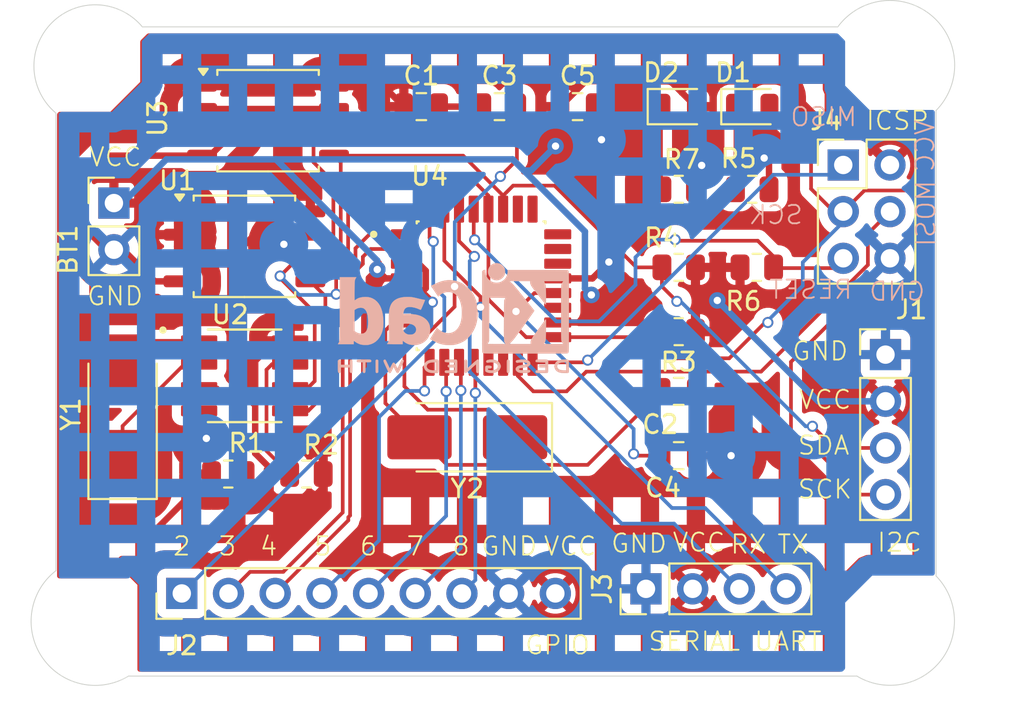
<source format=kicad_pcb>
(kicad_pcb (version 20241229) (generator "pcbnew") (generator_version "9.0")
  (title_block (title "${project_name}") (date "2025-09-10") (rev "1") (comment 1 "2-Layer PCB version"))
  (layers (0 "F.Cu" signal) (2 "B.Cu" signal) (13 "F.Paste" user) (15 "B.Paste" user) (5 "F.SilkS" user "F.Silkscreen") (7 "B.SilkS" user "B.Silkscreen") (1 "F.Mask" user) (3 "B.Mask" user) (25 "Edge.Cuts" user))
  (property "project_name" "MCU Datalogger with memory and clock")
  (net 0 "")
  (net 1 "GND")
  (net 2 "/Vcc")
  (net 3 "Net-(U4-PB6)")
  (net 4 "Net-(U4-PB7)")
  (net 5 "Net-(U4-AREF)")
  (net 6 "Net-(D1-K)")
  (net 7 "Net-(D2-K)")
  (net 8 "/SCK")
  (net 9 "/SDA")
  (net 10 "/D6")
  (net 11 "/D4")
  (net 12 "/D2")
  (net 13 "/D8")
  (net 14 "/D3")
  (net 15 "/D7")
  (net 16 "/D5")
  (net 17 "/RX")
  (net 18 "/TX")
  (net 19 "/MISO")
  (net 20 "/MOSI")
  (net 21 "/RESET")
  (net 22 "Net-(U2-~{INTA})")
  (net 23 "Net-(U2-SQW{slash}~INT)")
  (net 24 "Net-(U2-X1)")
  (net 25 "Net-(U2-X2)")
  (footprint "Package_SO:SOIC-8_5.3x5.3mm_P1.27mm" (layer "F.Cu") (at 81.877199 69.605643)
    (property "Reference" "U1")
    (property "Value" "24LC1025")
  )
  (footprint "Connector_PinHeader_2.54mm:PinHeader_1x04_P2.54mm_Vertical" (layer "F.Cu") (at 116.75 75.5)
    (property "Reference" "J1")
    (property "Value" "Conn_01x04_Pin")
  )
  (footprint "Capacitor_SMD:C_0805_2012Metric" (layer "F.Cu") (at 105.5 77.5 180)
    (property "Reference" "C2")
    (property "Value" "22pF")
  )
  (footprint "MountingHole:MountingHole_2.1mm" (layer "F.Cu") (at 117 90)
    (property "Reference" "H4" (hide yes))
    (property "Value" "MountingHole")
  )
  (footprint "MountingHole:MountingHole_2.1mm" (layer "F.Cu") (at 73.73 59.75)
    (property "Reference" "H1" (hide yes))
    (property "Value" "MountingHole")
  )
  (footprint "Package_SO:SOIC-8_5.3x5.3mm_P1.27mm" (layer "F.Cu") (at 83.1625 62.765)
    (property "Reference" "U3")
    (property "Value" "24LC1025")
  )
  (footprint "MountingHole:MountingHole_2.1mm" (layer "F.Cu") (at 117 59.75)
    (property "Reference" "H3" (hide yes))
    (property "Value" "MountingHole")
  )
  (footprint "footprints:SOIC127P600X175-8N" (layer "F.Cu") (at 81.8896 76.655)
    (property "Reference" "U2")
    (property "Value" "DS1337S_")
  )
  (footprint "Resistor_SMD:R_0805_2012Metric" (layer "F.Cu") (at 109.75 70.75)
    (property "Reference" "R6")
    (property "Value" "10k")
  )
  (footprint "Connector_PinHeader_2.54mm:PinHeader_1x04_P2.54mm_Vertical" (layer "F.Cu") (at 103.72 88.25 90)
    (property "Reference" "J3")
    (property "Value" "Conn_01x04_Pin")
  )
  (footprint "Resistor_SMD:R_0805_2012Metric" (layer "F.Cu") (at 105.5 70.75 180)
    (property "Reference" "R4")
    (property "Value" "4.7k")
  )
  (footprint "Resistor_SMD:R_0805_2012Metric" (layer "F.Cu") (at 109.5 66.5 180)
    (property "Reference" "R5")
    (property "Value" "330")
  )
  (footprint "LED_SMD:LED_0805_2012Metric" (layer "F.Cu") (at 109.5 62)
    (property "Reference" "D1")
    (property "Value" "LED")
  )
  (footprint "Capacitor_SMD:C_0805_2012Metric" (layer "F.Cu") (at 91.5 62)
    (property "Reference" "C1")
    (property "Value" "0.1uF")
  )
  (footprint "Crystal:Crystal_SMD_5032-2Pin_5.0x3.2mm_HandSoldering" (layer "F.Cu") (at 94 80 180)
    (property "Reference" "Y2")
    (property "Value" "16MHz")
  )
  (footprint "Capacitor_SMD:C_0805_2012Metric" (layer "F.Cu") (at 95.75 62)
    (property "Reference" "C3")
    (property "Value" "22pF")
  )
  (footprint "Resistor_SMD:R_0805_2012Metric" (layer "F.Cu") (at 105.5 74.25 180)
    (property "Reference" "R3")
    (property "Value" "4.7k")
  )
  (footprint "Connector_PinHeader_2.54mm:PinHeader_1x09_P2.54mm_Vertical" (layer "F.Cu") (at 78.47 88.5 90)
    (property "Reference" "J2")
    (property "Value" "Conn_01x09_Pin")
  )
  (footprint "Capacitor_SMD:C_0805_2012Metric" (layer "F.Cu") (at 100 62)
    (property "Reference" "C5")
    (property "Value" "100nF")
  )
  (footprint "Resistor_SMD:R_0805_2012Metric" (layer "F.Cu") (at 81 82)
    (property "Reference" "R1")
    (property "Value" "10k")
  )
  (footprint "Resistor_SMD:R_0805_2012Metric" (layer "F.Cu") (at 105.5 66.5)
    (property "Reference" "R7")
    (property "Value" "330")
  )
  (footprint "Capacitor_SMD:C_0805_2012Metric" (layer "F.Cu") (at 105.5 81 180)
    (property "Reference" "C4")
    (property "Value" "0.1uF")
  )
  (footprint "Crystal:Crystal_SMD_5032-2Pin_5.0x3.2mm_HandSoldering" (layer "F.Cu") (at 75.25 78.75 90)
    (property "Reference" "Y1")
    (property "Value" "32.768 kHz")
  )
  (footprint "LED_SMD:LED_0805_2012Metric" (layer "F.Cu") (at 105.5 62)
    (property "Reference" "D2")
    (property "Value" "LED")
  )
  (footprint "Connector_PinHeader_2.54mm:PinHeader_1x02_P2.54mm_Vertical" (layer "F.Cu") (at 74.7776 67.25)
    (property "Reference" "BT1")
    (property "Value" "Battery")
  )
  (footprint "Resistor_SMD:R_0805_2012Metric" (layer "F.Cu") (at 85.25 82 180)
    (property "Reference" "R2")
    (property "Value" "10k")
  )
  (footprint "Connector_PinHeader_2.54mm:PinHeader_2x03_P2.54mm_Vertical" (layer "F.Cu") (at 114.4524 65.1764)
    (property "Reference" "J4")
    (property "Value" "Conn_02x03_Odd_Even")
  )
  (footprint "footprints:QFP80P900X900X120-32N" (layer "F.Cu") (at 94.75 71.75)
    (property "Reference" "U4")
    (property "Value" "ATMEGA328P-AU")
  )
  (footprint "MountingHole:MountingHole_2.1mm" (layer "F.Cu") (at 73.73 90)
    (property "Reference" "H2" (hide yes))
    (property "Value" "MountingHole")
  )
  (footprint "Symbol:KiCad-Logo2_5mm_SilkScreen" (layer "B.Cu") (at 93.25 73.5 180)
    (property "Reference" "REF**" (hide yes))
    (property "Value" "KiCad-Logo2_5mm_SilkScreen" (hide yes))
  )
  (gr_arc (start 71.62327 62.350354) (mid 71.405848 57.431492) (end 76.324299 57.658) (stroke (width 0.05)) (layer "Edge.Cuts"))
  (gr_arc (start 75.570333 92.999998) (mid 70.887833 91.994384) (end 71.62327 87.261922) (stroke (width 0.05)) (layer "Edge.Cuts"))
  (gr_arc (start 114.152329 57.661462) (mid 119.273205 57.059834) (end 119.5 62.21094) (stroke (width 0.05)) (layer "Edge.Cuts"))
  (gr_line (start 114.147601 57.658) (end 76.324299 57.658) (stroke (width 0.05)) (layer "Edge.Cuts"))
  (gr_line (start 75.570331 92.999998) (end 115.197226 92.999998) (stroke (width 0.05)) (layer "Edge.Cuts"))
  (gr_line (start 119.5 87.550512) (end 119.5 62.21094) (stroke (width 0.05)) (layer "Edge.Cuts"))
  (gr_line (start 71.62327 62.350354) (end 71.62327 87.261923) (stroke (width 0.05)) (layer "Edge.Cuts"))
  (gr_arc (start 119.5 87.550511) (mid 119.746955 92.168924) (end 115.197226 93) (stroke (width 0.05)) (layer "Edge.Cuts"))
  (gr_text "5" (at 85.598 86.5124 0) (layer "F.SilkS") (effects (font (size 1 1) (thickness 0.1)) (justify left bottom)))
  (gr_text "I2C" (at 116.2304 86.3092 0) (layer "F.SilkS") (effects (font (size 1 1) (thickness 0.1)) (justify left bottom)))
  (gr_text "GND\n" (at 111.6076 75.8952 0) (layer "F.SilkS") (effects (font (size 1 1) (thickness 0.1)) (justify left bottom)))
  (gr_text "GND\n" (at 94.6912 86.5124 0) (layer "F.SilkS") (effects (font (size 1 1) (thickness 0.1)) (justify left bottom)))
  (gr_text "6" (at 88.0872 86.5124 0) (layer "F.SilkS") (effects (font (size 1 1) (thickness 0.1)) (justify left bottom)))
  (gr_text "RX" (at 108.2548 86.4108 0) (layer "F.SilkS") (effects (font (size 1 1) (thickness 0.1)) (justify left bottom)))
  (gr_text "7" (at 90.6272 86.5124 0) (layer "F.SilkS") (effects (font (size 1 1) (thickness 0.1)) (justify left bottom)))
  (gr_text "VCC" (at 73.3552 65.3288 0) (layer "F.SilkS") (effects (font (size 1 1) (thickness 0.1)) (justify left bottom)))
  (gr_text "GND\n" (at 101.7524 86.36 0) (layer "F.SilkS") (effects (font (size 1 1) (thickness 0.1)) (justify left bottom)))
  (gr_text "TX" (at 110.7948 86.4108 0) (layer "F.SilkS") (effects (font (size 1 1) (thickness 0.1)) (justify left bottom)))
  (gr_text "VCC" (at 111.9632 78.5368 0) (layer "F.SilkS") (effects (font (size 1 1) (thickness 0.1)) (justify left bottom)))
  (gr_text "3" (at 80.4164 86.5124 0) (layer "F.SilkS") (effects (font (size 1 1) (thickness 0.1)) (justify left bottom)))
  (gr_text "2" (at 77.9272 86.5124 0) (layer "F.SilkS") (effects (font (size 1 1) (thickness 0.1)) (justify left bottom)))
  (gr_text "GND\n" (at 73.2536 72.898 0) (layer "F.SilkS") (effects (font (size 1 1) (thickness 0.1)) (justify left bottom)))
  (gr_text "8" (at 93.1164 86.5124 0) (layer "F.SilkS") (effects (font (size 1 1) (thickness 0.1)) (justify left bottom)))
  (gr_text "SCK" (at 111.9124 83.4136 0) (layer "F.SilkS") (effects (font (size 1 1) (thickness 0.1)) (justify left bottom)))
  (gr_text "VCC" (at 105.1052 86.3092 0) (layer "F.SilkS") (effects (font (size 1 1) (thickness 0.1)) (justify left bottom)))
  (gr_text "SDA" (at 111.9124 81.026 0) (layer "F.SilkS") (effects (font (size 1 1) (thickness 0.1)) (justify left bottom)))
  (gr_text "ICSP" (at 115.6208 63.3476 0) (layer "F.SilkS") (effects (font (size 1 1) (thickness 0.1)) (justify left bottom)))
  (gr_text "SERIAL UART" (at 103.7844 91.694 0) (layer "F.SilkS") (effects (font (size 1 1) (thickness 0.1)) (justify left bottom)))
  (gr_text "GPIO" (at 97.0788 91.8972 0) (layer "F.SilkS") (effects (font (size 1 1) (thickness 0.1)) (justify left bottom)))
  (gr_text "VCC" (at 98.0948 86.5124 0) (layer "F.SilkS") (effects (font (size 1 1) (thickness 0.1)) (justify left bottom)))
  (gr_text "4" (at 82.6516 86.5124 0) (layer "F.SilkS") (effects (font (size 1 1) (thickness 0.1)) (justify left bottom)))
  (gr_text "MISO" (at 115.2652 63.1444 0) (layer "B.SilkS") (effects (font (size 1 1) (thickness 0.1)) (justify left bottom mirror)))
  (gr_text "MOSI\n" (at 119.5324 65.9384 90) (layer "B.SilkS") (effects (font (size 1 1) (thickness 0.1)) (justify left bottom mirror)))
  (gr_text "GND" (at 118.9736 72.644 0) (layer "B.SilkS") (effects (font (size 1 1) (thickness 0.1)) (justify left bottom mirror)))
  (gr_text "RESET" (at 115.0112 72.5424 0) (layer "B.SilkS") (effects (font (size 1 1) (thickness 0.1)) (justify left bottom mirror)))
  (gr_text "SCK" (at 112.3188 68.4784 0) (layer "B.SilkS") (effects (font (size 1 1) (thickness 0.1)) (justify left bottom mirror)))
  (gr_text "VCC" (at 119.4816 62.6364 90) (layer "B.SilkS") (effects (font (size 1 1) (thickness 0.1)) (justify left bottom mirror)))
  (segment (start 92.1 72.644) (end 91.5412 72.0852) (width 0.35) (layer "F.Cu") (net 1))
  (segment (start 78.289699 71.510643) (end 76.989357 71.510643) (width 0.35) (layer "F.Cu") (net 1))
  (segment (start 76.989357 71.510643) (end 76.9932 71.5068) (width 0.35) (layer "F.Cu") (net 1))
  (segment (start 100.8112 71.35) (end 101.7016 70.4596) (width 0.35) (layer "F.Cu") (net 1))
  (segment (start 100.95 63.45) (end 101.3 63.8) (width 0.35) (layer "F.Cu") (net 1))
  (segment (start 106.4125 65.5375) (end 106.75 65.2) (width 0.35) (layer "F.Cu") (net 1))
  (segment (start 74.362 69.79) (end 72.898 68.326) (width 0.35) (layer "F.Cu") (net 1))
  (segment (start 72.898 65.6844) (end 73.9124 64.67) (width 0.35) (layer "F.Cu") (net 1))
  (segment (start 87.129268 62.13) (end 86.75 62.13) (width 0.35) (layer "F.Cu") (net 1))
  (segment (start 90.58 70.55) (end 91.354088 70.55) (width 0.35) (layer "F.Cu") (net 1))
  (segment (start 74.7776 69.79) (end 74.362 69.79) (width 0.35) (layer "F.Cu") (net 1))
  (segment (start 91.354088 70.55) (end 91.741 70.936912) (width 0.35) (layer "F.Cu") (net 1))
  (segment (start 81.28 62.13) (end 86.75 62.13) (width 0.35) (layer "F.Cu") (net 1))
  (segment (start 110.4125 65.0625) (end 110.15 64.8) (width 0.35) (layer "F.Cu") (net 1))
  (segment (start 79.575 64.67) (end 80.01 64.67) (width 0.35) (layer "F.Cu") (net 1))
  (segment (start 88.150268 63.151) (end 87.129268 62.13) (width 0.35) (layer "F.Cu") (net 1))
  (segment (start 110.4125 66.5) (end 110.4125 65.0625) (width 0.35) (layer "F.Cu") (net 1))
  (segment (start 79.4146 78.56) (end 79.4146 79.6686) (width 0.35) (layer "F.Cu") (net 1))
  (segment (start 91.5412 72.0852) (end 90.6448 72.0852) (width 0.35) (layer "F.Cu") (net 1))
  (segment (start 75.2764 69.79) (end 74.7776 69.79) (width 0.35) (layer "F.Cu") (net 1))
  (segment (start 81.28 63.4) (end 81.28 62.13) (width 0.35) (layer "F.Cu") (net 1))
  (segment (start 100.95 62) (end 100.95 63.45) (width 0.35) (layer "F.Cu") (net 1))
  (segment (start 91.299 63.151) (end 88.150268 63.151) (width 0.35) (layer "F.Cu") (net 1))
  (segment (start 106.4125 66.5) (end 106.4125 65.5375) (width 0.35) (layer "F.Cu") (net 1))
  (segment (start 72.898 68.326) (end 72.898 65.6844) (width 0.35) (layer "F.Cu") (net 1))
  (segment (start 106.45 81) (end 106.45 77.5) (width 0.35) (layer "F.Cu") (net 1))
  (segment (start 84.0232 69.4944) (end 84.546957 68.970643) (width 0.35) (layer "F.Cu") (net 1))
  (segment (start 76.9932 71.5068) (end 75.2764 69.79) (width 0.35) (layer "F.Cu") (net 1))
  (segment (start 92.45 62) (end 91.299 63.151) (width 0.35) (layer "F.Cu") (net 1))
  (segment (start 79.4146 79.6686) (end 79.8068 80.0608) (width 0.35) (layer "F.Cu") (net 1))
  (segment (start 84.546957 68.970643) (end 85.464699 68.970643) (width 0.35) (layer "F.Cu") (net 1))
  (segment (start 106.45 81) (end 108.35 81) (width 0.35) (layer "F.Cu") (net 1))
  (segment (start 79.575 62.13) (end 81.28 62.13) (width 0.35) (layer "F.Cu") (net 1))
  (segment (start 98.92 71.35) (end 100.8112 71.35) (width 0.35) (layer "F.Cu") (net 1))
  (segment (start 80.01 64.67) (end 81.28 63.4) (width 0.35) (layer "F.Cu") (net 1))
  (segment (start 91.741 71.8854) (end 91.5412 72.0852) (width 0.35) (layer "F.Cu") (net 1))
  (segment (start 90.6448 72.0852) (end 90.58 72.15) (width 0.35) (layer "F.Cu") (net 1))
  (segment (start 85.455342 68.98) (end 85.464699 68.970643) (width 0.35) (layer "F.Cu") (net 1))
  (segment (start 94.8 62) (end 92.45 62) (width 0.35) (layer "F.Cu") (net 1))
  (segment (start 73.9124 64.67) (end 79.575 64.67) (width 0.35) (layer "F.Cu") (net 1))
  (segment (start 91.741 70.936912) (end 91.741 71.8854) (width 0.35) (layer "F.Cu") (net 1))
  (via (at 108.35 81) (size 0.9) (drill 0.4) (layers "F.Cu" "B.Cu") (net 1))
  (via (at 110.15 64.8) (size 0.9) (drill 0.4) (layers "F.Cu" "B.Cu") (net 1))
  (via (at 84.0232 69.4944) (size 0.9) (drill 0.4) (layers "F.Cu" "B.Cu") (net 1))
  (via (at 92.1 72.644) (size 0.6) (drill 0.4) (layers "F.Cu" "B.Cu") (net 1))
  (via (at 79.8068 80.0608) (size 0.9) (drill 0.4) (layers "F.Cu" "B.Cu") (net 1))
  (via (at 106.75 65.2) (size 0.9) (drill 0.4) (layers "F.Cu" "B.Cu") (net 1))
  (via (at 101.7016 70.4596) (size 0.9) (drill 0.4) (layers "F.Cu" "B.Cu") (net 1))
  (via (at 101.3 63.8) (size 0.9) (drill 0.4) (layers "F.Cu" "B.Cu") (net 1))
  (segment (start 84.0232 69.4944) (end 84.074 69.4944) (width 0.35) (layer "B.Cu") (net 1))
  (segment (start 90.44 62.11) (end 90.55 62) (width 0.35) (layer "F.Cu") (net 2))
  (segment (start 86.1625 82.7375) (end 85.65 83.25) (width 0.35) (layer "F.Cu") (net 2))
  (segment (start 97.24 90.05) (end 76.53 90.05) (width 0.35) (layer "F.Cu") (net 2))
  (segment (start 76.53 90.05) (end 76.3524 89.8724) (width 0.35) (layer "F.Cu") (net 2))
  (segment (start 100.4456 60.6044) (end 99.05 62) (width 0.35) (layer "F.Cu") (net 2))
  (segment (start 89.1032 70.9032) (end 89.55 71.35) (width 0.35) (layer "F.Cu") (net 2))
  (segment (start 83.3796 74.75) (end 82.461936 75.667664) (width 0.35) (layer "F.Cu") (net 2))
  (segment (start 99.05 63.9) (end 98.8 64.15) (width 0.35) (layer "F.Cu") (net 2))
  (segment (start 106.4125 70.75) (end 106.4125 72.39) (width 0.35) (layer "F.Cu") (net 2))
  (segment (start 78.289699 70.240643) (end 78.289699 67.700643) (width 0.35) (layer "F.Cu") (net 2))
  (segment (start 84.3646 74.75) (end 83.3796 74.75) (width 0.35) (layer "F.Cu") (net 2))
  (segment (start 85.65 83.25) (end 83.82 83.25) (width 0.35) (layer "F.Cu") (net 2))
  (segment (start 89.1032 70.866) (end 89.1032 70.9032) (width 0.35) (layer "F.Cu") (net 2))
  (segment (start 89.55 71.35) (end 90.58 71.35) (width 0.35) (layer "F.Cu") (net 2))
  (segment (start 83.3 81.712064) (end 83.3 83.25) (width 0.35) (layer "F.Cu") (net 2))
  (segment (start 80.0875 82) (end 80.0875 81.701352) (width 0.35) (layer "F.Cu") (net 2))
  (segment (start 106.4375 62) (end 105.0419 60.6044) (width 0.35) (layer "F.Cu") (net 2))
  (segment (start 90.55 62) (end 89.41 60.86) (width 0.35) (layer "F.Cu") (net 2))
  (segment (start 100.75 72.25) (end 100.75 73.24) (width 0.35) (layer "F.Cu") (net 2))
  (segment (start 81.3375 83.25) (end 80.0875 82) (width 0.35) (layer "F.Cu") (net 2))
  (segment (start 98.79 88.5) (end 97.24 90.05) (width 0.35) (layer "F.Cu") (net 2))
  (segment (start 79.575 60.86) (end 78.44 60.86) (width 0.35) (layer "F.Cu") (net 2))
  (segment (start 89.41 60.86) (end 86.75 60.86) (width 0.35) (layer "F.Cu") (net 2))
  (segment (start 82.461936 80.874) (end 83.3 81.712064) (width 0.35) (layer "F.Cu") (net 2))
  (segment (start 78.289699 70.240643) (end 81.164699 70.240643) (width 0.35) (layer "F.Cu") (net 2))
  (segment (start 100.24 73.75) (end 98.92 73.75) (width 0.35) (layer "F.Cu") (net 2))
  (segment (start 76.3524 89.8724) (end 76.3524 85.7351) (width 0.35) (layer "F.Cu") (net 2))
  (segment (start 86.1625 82) (end 86.1625 82.7375) (width 0.35) (layer "F.Cu") (net 2))
  (segment (start 100.75 73.24) (end 100.24 73.75) (width 0.35) (layer "F.Cu") (net 2))
  (segment (start 78 62.637499) (end 78.762501 63.4) (width 0.35) (layer "F.Cu") (net 2))
  (segment (start 78.762501 63.4) (end 79.575 63.4) (width 0.35) (layer "F.Cu") (net 2))
  (segment (start 105.0419 60.6044) (end 100.4456 60.6044) (width 0.35) (layer "F.Cu") (net 2))
  (segment (start 83.3 83.25) (end 83.82 83.25) (width 0.35) (layer "F.Cu") (net 2))
  (segment (start 107.44 72.39) (end 107.6 72.55) (width 0.35) (layer "F.Cu") (net 2))
  (segment (start 106.4125 72.39) (end 107.44 72.39) (width 0.35) (layer "F.Cu") (net 2))
  (segment (start 76.3524 85.7351) (end 80.0875 82) (width 0.35) (layer "F.Cu") (net 2))
  (segment (start 82.461936 75.667664) (end 82.461936 80.874) (width 0.35) (layer "F.Cu") (net 2))
  (segment (start 81.164699 70.240643) (end 83.704699 67.700643) (width 0.35) (layer "F.Cu") (net 2))
  (segment (start 78.44 60.86) (end 78 61.3) (width 0.35) (layer "F.Cu") (net 2))
  (segment (start 108.8375 70.75) (end 106.4125 70.75) (width 0.35) (layer "F.Cu") (net 2))
  (segment (start 83.82 83.25) (end 81.3375 83.25) (width 0.35) (layer "F.Cu") (net 2))
  (segment (start 106.4125 72.39) (end 106.4125 74.25) (width 0.35) (layer "F.Cu") (net 2))
  (segment (start 83.704699 67.700643) (end 85.464699 67.700643) (width 0.35) (layer "F.Cu") (net 2))
  (segment (start 99.05 62) (end 99.05 63.9) (width 0.35) (layer "F.Cu") (net 2))
  (segment (start 78 61.3) (end 78 62.637499) (width 0.35) (layer "F.Cu") (net 2))
  (via (at 100.75 72.25) (size 0.9) (drill 0.4) (layers "F.Cu" "B.Cu") (net 2))
  (via (at 98.8 64.15) (size 0.9) (drill 0.4) (layers "F.Cu" "B.Cu") (net 2))
  (via (at 107.6 72.55) (size 0.9) (drill 0.4) (layers "F.Cu" "B.Cu") (net 2))
  (via (at 89.1032 70.866) (size 0.9) (drill 0.4) (layers "F.Cu" "B.Cu") (net 2))
  (segment (start 100.4 71.9) (end 100.75 72.25) (width 0.35) (layer "B.Cu") (net 2))
  (segment (start 83.5916 64.8716) (end 96.4716 64.8716) (width 0.35) (layer "B.Cu") (net 2))
  (segment (start 113.09 78.04) (end 107.6 72.55) (width 0.35) (layer "B.Cu") (net 2))
  (segment (start 98.8 64.15) (end 97.47 65.48) (width 0.35) (layer "B.Cu") (net 2))
  (segment (start 89.1032 70.3832) (end 83.5916 64.8716) (width 0.35) (layer "B.Cu") (net 2))
  (segment (start 116.75 78.04) (end 113.09 78.04) (width 0.35) (layer "B.Cu") (net 2))
  (segment (start 96.4716 64.8716) (end 97.08 65.48) (width 0.35) (layer "B.Cu") (net 2))
  (segment (start 89.1032 70.866) (end 89.1032 70.3832) (width 0.35) (layer "B.Cu") (net 2))
  (segment (start 97.47 65.48) (end 97.08 65.48) (width 0.35) (layer "B.Cu") (net 2))
  (segment (start 97.08 65.48) (end 100.4 68.8) (width 0.35) (layer "B.Cu") (net 2))
  (segment (start 75.25 67.25) (end 77.6284 64.8716) (width 0.35) (layer "B.Cu") (net 2))
  (segment (start 74.7776 67.25) (end 75.25 67.25) (width 0.35) (layer "B.Cu") (net 2))
  (segment (start 77.6284 64.8716) (end 83.5916 64.8716) (width 0.35) (layer "B.Cu") (net 2))
  (segment (start 106.26 88.25) (end 106.26 87.72) (width 0.35) (layer "B.Cu") (net 2))
  (segment (start 100.4 68.8) (end 100.4 71.9) (width 0.35) (layer "B.Cu") (net 2))
  (segment (start 91.4 80) (end 92.901 81.501) (width 0.2) (layer "F.Cu") (net 3))
  (segment (start 89.544 74.188688) (end 89.758688 73.974) (width 0.2) (layer "F.Cu") (net 3))
  (segment (start 100.549 81.501) (end 104.55 77.5) (width 0.2) (layer "F.Cu") (net 3))
  (segment (start 89.758688 73.974) (end 90.356 73.974) (width 0.2) (layer "F.Cu") (net 3))
  (segment (start 91.4 80) (end 89.544 78.144) (width 0.2) (layer "F.Cu") (net 3))
  (segment (start 92.901 81.501) (end 100.549 81.501) (width 0.2) (layer "F.Cu") (net 3))
  (segment (start 90.356 73.974) (end 90.58 73.75) (width 0.2) (layer "F.Cu") (net 3))
  (segment (start 89.544 78.144) (end 89.544 74.188688) (width 0.2) (layer "F.Cu") (net 3))
  (segment (start 91.849 78.499) (end 90.58 77.23) (width 0.2) (layer "F.Cu") (net 4))
  (segment (start 91.65 74.55) (end 90.58 74.55) (width 0.2) (layer "F.Cu") (net 4))
  (segment (start 93.308785 72.891215) (end 91.65 74.55) (width 0.2) (layer "F.Cu") (net 4))
  (segment (start 96.6 80) (end 95.099 78.499) (width 0.2) (layer "F.Cu") (net 4))
  (segment (start 96.7 64.9) (end 95.8 65.8) (width 0.2) (layer "F.Cu") (net 4))
  (segment (start 93.308785 71.791215) (end 93.308785 72.891215) (width 0.2) (layer "F.Cu") (net 4))
  (segment (start 96.7 62) (end 96.7 64.9) (width 0.2) (layer "F.Cu") (net 4))
  (segment (start 90.58 77.23) (end 90.58 74.55) (width 0.2) (layer "F.Cu") (net 4))
  (segment (start 95.099 78.499) (end 91.849 78.499) (width 0.2) (layer "F.Cu") (net 4))
  (via (at 95.8 65.8) (size 0.6) (drill 0.4) (layers "F.Cu" "B.Cu") (net 4))
  (via (at 93.308785 71.791215) (size 0.6) (drill 0.4) (layers "F.Cu" "B.Cu") (net 4))
  (segment (start 93.3196 71.7804) (end 93.3196 68.2804) (width 0.2) (layer "B.Cu") (net 4))
  (segment (start 93.3196 68.2804) (end 95.8 65.8) (width 0.2) (layer "B.Cu") (net 4))
  (segment (start 93.308785 71.791215) (end 93.3196 71.7804) (width 0.2) (layer "B.Cu") (net 4))
  (segment (start 104.55 81) (end 103.15 81) (width 0.2) (layer "F.Cu") (net 5))
  (segment (start 103.15 81) (end 103.05 80.9) (width 0.2) (layer "F.Cu") (net 5))
  (segment (start 97.65 72.15) (end 98.92 72.15) (width 0.2) (layer "F.Cu") (net 5))
  (segment (start 96.65 73.15) (end 97.65 72.15) (width 0.2) (layer "F.Cu") (net 5))
  (via (at 103.05 80.9) (size 0.6) (drill 0.4) (layers "F.Cu" "B.Cu") (net 5))
  (via (at 96.65 73.15) (size 0.6) (drill 0.4) (layers "F.Cu" "B.Cu") (net 5))
  (segment (start 103.05 80.9) (end 103.05 79.55) (width 0.2) (layer "B.Cu") (net 5))
  (segment (start 103.05 79.55) (end 96.65 73.15) (width 0.2) (layer "B.Cu") (net 5))
  (segment (start 108.5875 66.5) (end 108.5875 62.025) (width 0.2) (layer "F.Cu") (net 6))
  (segment (start 108.5875 62.025) (end 108.5625 62) (width 0.2) (layer "F.Cu") (net 6))
  (segment (start 104.5365 66.449) (end 104.5365 62.026) (width 0.2) (layer "F.Cu") (net 7))
  (segment (start 104.5365 62.026) (end 104.5625 62) (width 0.2) (layer "F.Cu") (net 7))
  (segment (start 104.5875 66.5) (end 104.5365 66.449) (width 0.2) (layer "F.Cu") (net 7))
  (segment (start 85.464699 70.240643) (end 84.800957 70.240643) (width 0.2) (layer "F.Cu") (net 8))
  (segment (start 85.474056 70.25) (end 85.464699 70.240643) (width 0.2) (layer "F.Cu") (net 8))
  (segment (start 118.1274 66.5654) (end 119.126 67.564) (width 0.2) (layer "F.Cu") (net 8))
  (segment (start 114.4524 67.7164) (end 115.0086 67.7164) (width 0.2) (layer "F.Cu") (net 8))
  (segment (start 111.6076 75.8952) (end 111.6076 80.3148) (width 0.2) (layer "F.Cu") (net 8))
  (segment (start 84.3646 77.29) (end 84.3878 77.2668) (width 0.2) (layer "F.Cu") (net 8))
  (segment (start 86.7156 69.4944) (end 85.969357 70.240643) (width 0.2) (layer "F.Cu") (net 8))
  (segment (start 83.82 71.338434) (end 83.82 71.2216) (width 0.2) (layer "F.Cu") (net 8))
  (segment (start 84.800957 70.240643) (end 83.82 71.2216) (width 0.2) (layer "F.Cu") (net 8))
  (segment (start 112.7 66.475) (end 112.7 64.2625) (width 0.2) (layer "F.Cu") (net 8))
  (segment (start 119.126 72.136) (end 117.8052 73.4568) (width 0.2) (layer "F.Cu") (net 8))
  (segment (start 108.25 75.7) (end 105.4 75.7) (width 0.2) (layer "F.Cu") (net 8))
  (segment (start 114.4524 67.7164) (end 115.6034 66.5654) (width 0.2) (layer "F.Cu") (net 8))
  (segment (start 84.3646 77.29) (end 85.3496 77.29) (width 0.2) (layer "F.Cu") (net 8))
  (segment (start 87.5176 70.227332) (end 87.5176 67.1684) (width 0.2) (layer "F.Cu") (net 8))
  (segment (start 97.200057 74.55) (end 98.92 74.55) (width 0.2) (layer "F.Cu") (net 8))
  (segment (start 114.4524 67.7164) (end 113.9414 67.7164) (width 0.2) (layer "F.Cu") (net 8))
  (segment (start 115.6034 66.5654) (end 118.1274 66.5654) (width 0.2) (layer "F.Cu") (net 8))
  (segment (start 114.046 73.4568) (end 111.6076 75.8952) (width 0.2) (layer "F.Cu") (net 8))
  (segment (start 86.868646 70.876286) (end 87.5176 70.227332) (width 0.2) (layer "F.Cu") (net 8))
  (segment (start 104.5875 74.25) (end 104.2875 74.55) (width 0.2) (layer "F.Cu") (net 8))
  (segment (start 85.6365 63.701001) (end 85.6365 65.02899) (width 0.2) (layer "F.Cu") (net 8))
  (segment (start 117.8052 73.4568) (end 114.046 73.4568) (width 0.2) (layer "F.Cu") (net 8))
  (segment (start 95.15 72.499943) (end 97.200057 74.55) (width 0.2) (layer "F.Cu") (net 8))
  (segment (start 86.7156 66.10809) (end 86.7156 69.4944) (width 0.2) (layer "F.Cu") (net 8))
  (segment (start 95.15 67.58) (end 95.15 72.499943) (width 0.2) (layer "F.Cu") (net 8))
  (segment (start 85.6365 65.02899) (end 86.7156 66.10809) (width 0.2) (layer "F.Cu") (net 8))
  (segment (start 86.75 63.4) (end 85.937501 63.4) (width 0.2) (layer "F.Cu") (net 8))
  (segment (start 85.7006 76.939) (end 85.7006 73.219034) (width 0.2) (layer "F.Cu") (net 8))
  (segment (start 119.126 67.564) (end 119.126 72.136) (width 0.2) (layer "F.Cu") (net 8))
  (segment (start 95.15 66.845) (end 95.15 67.58) (width 0.2) (layer "F.Cu") (net 8))
  (segment (start 85.937501 63.4) (end 85.6365 63.701001) (width 0.2) (layer "F.Cu") (net 8))
  (segment (start 104.5875 74.8875) (end 104.5875 74.25) (width 0.2) (layer "F.Cu") (net 8))
  (segment (start 85.969357 70.240643) (end 85.464699 70.240643) (width 0.2) (layer "F.Cu") (net 8))
  (segment (start 112.6012 80.3148) (end 115.4064 83.12) (width 0.2) (layer "F.Cu") (net 8))
  (segment (start 88.5444 66.1416) (end 94.4466 66.1416) (width 0.2) (layer "F.Cu") (net 8))
  (segment (start 85.7006 73.219034) (end 83.82 71.338434) (width 0.2) (layer "F.Cu") (net 8))
  (segment (start 111.6076 80.3148) (end 112.6012 80.3148) (width 0.2) (layer "F.Cu") (net 8))
  (segment (start 94.4466 66.1416) (end 95.15 66.845) (width 0.2) (layer "F.Cu") (net 8))
  (segment (start 110.2 73.75) (end 108.25 75.7) (width 0.2) (layer "F.Cu") (net 8))
  (segment (start 113.9414 67.7164) (end 112.7 66.475) (width 0.2) (layer "F.Cu") (net 8))
  (segment (start 112.7 64.2625) (end 110.4375 62) (width 0.2) (layer "F.Cu") (net 8))
  (segment (start 110.35 73.75) (end 110.2 73.75) (width 0.2) (layer "F.Cu") (net 8))
  (segment (start 86.868646 72.209769) (end 86.868646 70.876286) (width 0.2) (layer "F.Cu") (net 8))
  (segment (start 105.4 75.7) (end 104.5875 74.8875) (width 0.2) (layer "F.Cu") (net 8))
  (segment (start 85.3496 77.29) (end 85.7006 76.939) (width 0.2) (layer "F.Cu") (net 8))
  (segment (start 87.5176 67.1684) (end 88.5444 66.1416) (width 0.2) (layer "F.Cu") (net 8))
  (segment (start 115.4064 83.12) (end 116.75 83.12) (width 0.2) (layer "F.Cu") (net 8))
  (segment (start 104.2875 74.55) (end 98.92 74.55) (width 0.2) (layer "F.Cu") (net 8))
  (via (at 86.868646 72.209769) (size 0.6) (drill 0.4) (layers "F.Cu" "B.Cu") (net 8))
  (via (at 83.82 71.2216) (size 0.6) (drill 0.4) (layers "F.Cu" "B.Cu") (net 8))
  (via (at 110.35 73.75) (size 0.6) (drill 0.4) (layers "F.Cu" "B.Cu") (net 8))
  (segment (start 112.25 71.75) (end 110.35 73.65) (width 0.2) (layer "B.Cu") (net 8))
  (segment (start 114.4524 68.2726) (end 112.25 70.475) (width 0.2) (layer "B.Cu") (net 8))
  (segment (start 112.25 70.475) (end 112.25 71.75) (width 0.2) (layer "B.Cu") (net 8))
  (segment (start 110.35 73.65) (end 110.35 73.75) (width 0.2) (layer "B.Cu") (net 8))
  (segment (start 86.828415 72.25) (end 84.8484 72.25) (width 0.2) (layer "B.Cu") (net 8))
  (segment (start 86.868646 72.209769) (end 86.828415 72.25) (width 0.2) (layer "B.Cu") (net 8))
  (segment (start 84.8484 72.25) (end 83.82 71.2216) (width 0.2) (layer "B.Cu") (net 8))
  (segment (start 114.4524 67.7164) (end 114.4524 68.2726) (width 0.2) (layer "B.Cu") (net 8))
  (segment (start 87.1166 70.061232) (end 87.1166 65.0366) (width 0.2) (layer "F.Cu") (net 9))
  (segment (start 85.464699 71.510643) (end 86.28 72.325944) (width 0.2) (layer "F.Cu") (net 9))
  (segment (start 104.5875 70.75) (end 103.2 70.75) (width 0.2) (layer "F.Cu") (net 9))
  (segment (start 86.4054 77.5042) (end 85.3496 78.56) (width 0.2) (layer "F.Cu") (net 9))
  (segment (start 112.776 79.4004) (end 113.9556 80.58) (width 0.2) (layer "F.Cu") (net 9))
  (segment (start 95.95 66.845) (end 95.95 67.58) (width 0.2) (layer "F.Cu") (net 9))
  (segment (start 105.4 72.6) (end 104.5875 71.7875) (width 0.2) (layer "F.Cu") (net 9))
  (segment (start 86.4054 73.13739) (end 86.4054 77.5042) (width 0.2) (layer "F.Cu") (net 9))
  (segment (start 85.3496 78.56) (end 84.3646 78.56) (width 0.2) (layer "F.Cu") (net 9))
  (segment (start 103.2 70.75) (end 98.75 66.3) (width 0.2) (layer "F.Cu") (net 9))
  (segment (start 104.5875 71.7875) (end 104.5875 70.75) (width 0.2) (layer "F.Cu") (net 9))
  (segment (start 96.495 66.3) (end 95.95 66.845) (width 0.2) (layer "F.Cu") (net 9))
  (segment (start 86.28 72.325944) (end 86.28 73.01199) (width 0.2) (layer "F.Cu") (net 9))
  (segment (start 85.667189 71.510643) (end 87.1166 70.061232) (width 0.2) (layer "F.Cu") (net 9))
  (segment (start 86.28 73.01199) (end 86.4054 73.13739) (width 0.2) (layer "F.Cu") (net 9))
  (segment (start 85.464699 71.510643) (end 85.667189 71.510643) (width 0.2) (layer "F.Cu") (net 9))
  (segment (start 113.9556 80.58) (end 116.75 80.58) (width 0.2) (layer "F.Cu") (net 9))
  (segment (start 85.464699 71.510643) (end 85.474056 71.52) (width 0.2) (layer "F.Cu") (net 9))
  (segment (start 98.75 66.3) (end 96.495 66.3) (width 0.2) (layer "F.Cu") (net 9))
  (segment (start 93.775 64.67) (end 95.95 66.845) (width 0.2) (layer "F.Cu") (net 9))
  (segment (start 84.765 71.265) (end 84.765 71.47749) (width 0.2) (layer "F.Cu") (net 9))
  (segment (start 86.75 64.67) (end 93.775 64.67) (width 0.2) (layer "F.Cu") (net 9))
  (segment (start 87.1166 65.0366) (end 86.75 64.67) (width 0.2) (layer "F.Cu") (net 9))
  (via (at 105.4 72.6) (size 0.6) (drill 0.4) (layers "F.Cu" "B.Cu") (net 9))
  (via (at 112.776 79.4004) (size 0.6) (drill 0.4) (layers "F.Cu" "B.Cu") (net 9))
  (segment (start 112.4004 79.4004) (end 105.6 72.6) (width 0.2) (layer "B.Cu") (net 9))
  (segment (start 112.776 79.4004) (end 112.4004 79.4004) (width 0.2) (layer "B.Cu") (net 9))
  (segment (start 105.6 72.6) (end 105.4 72.6) (width 0.2) (layer "B.Cu") (net 9))
  (segment (start 92.85 76.02) (end 92.75 75.92) (width 0.2) (layer "F.Cu") (net 10))
  (segment (start 92.85 77.5) (end 92.85 76.02) (width 0.2) (layer "F.Cu") (net 10))
  (via (at 92.85 77.5) (size 0.6) (drill 0.4) (layers "F.Cu" "B.Cu") (net 10))
  (segment (start 92.85 84.28) (end 92.85 77.5) (width 0.2) (layer "B.Cu") (net 10))
  (segment (start 88.63 88.5) (end 92.85 84.28) (width 0.2) (layer "B.Cu") (net 10))
  (segment (start 87.5284 84.3523) (end 87.6246 84.2561) (width 0.2) (layer "F.Cu") (net 11))
  (segment (start 88.3196 70.559532) (end 88.3196 70.1764) (width 0.2) (layer "F.Cu") (net 11))
  (segment (start 83.55 88.5) (end 87.5284 84.5216) (width 0.2) (layer "F.Cu") (net 11))
  (segment (start 87.870646 71.008486) (end 88.3196 70.559532) (width 0.2) (layer "F.Cu") (net 11))
  (segment (start 83.55 88.5) (end 83.77 88.5) (width 0.2) (layer "F.Cu") (net 11))
  (segment (start 88.3196 70.1764) (end 88.746 69.75) (width 0.2) (layer "F.Cu") (net 11))
  (segment (start 87.870646 72.624812) (end 87.870646 71.008486) (width 0.2) (layer "F.Cu") (net 11))
  (segment (start 87.6246 84.2561) (end 87.6246 72.870858) (width 0.2) (layer "F.Cu") (net 11))
  (segment (start 87.6246 72.870858) (end 87.870646 72.624812) (width 0.2) (layer "F.Cu") (net 11))
  (segment (start 88.746 69.75) (end 90.58 69.75) (width 0.2) (layer "F.Cu") (net 11))
  (segment (start 87.5284 84.5216) (end 87.5284 84.3523) (width 0.2) (layer "F.Cu") (net 11))
  (segment (start 91.95 67.58) (end 91.95 69.142) (width 0.2) (layer "F.Cu") (net 12))
  (segment (start 92.05 67.68) (end 91.95 67.58) (width 0.2) (layer "F.Cu") (net 12))
  (segment (start 91.95 69.142) (end 92.15 69.342) (width 0.2) (layer "F.Cu") (net 12))
  (via (at 92.15 69.342) (size 0.6) (drill 0.4) (layers "F.Cu" "B.Cu") (net 12))
  (segment (start 92.15 71.773346) (end 92.751 72.374346) (width 0.2) (layer "B.Cu") (net 12))
  (segment (start 92.751 74.219) (end 78.47 88.5) (width 0.2) (layer "B.Cu") (net 12))
  (segment (start 92.15 69.342) (end 92.15 71.773346) (width 0.2) (layer "B.Cu") (net 12))
  (segment (start 92.751 72.374346) (end 92.751 74.219) (width 0.2) (layer "B.Cu") (net 12))
  (segment (start 94.438225 77.586755) (end 94.438225 76.008225) (width 0.2) (layer "F.Cu") (net 13))
  (segment (start 94.438225 76.008225) (end 94.35 75.92) (width 0.2) (layer "F.Cu") (net 13))
  (via (at 94.438225 77.586755) (size 0.6) (drill 0.4) (layers "F.Cu" "B.Cu") (net 13))
  (segment (start 94.438225 77.586755) (end 94.438225 87.771775) (width 0.2) (layer "B.Cu") (net 13))
  (segment (start 94.438225 87.771775) (end 93.71 88.5) (width 0.2) (layer "B.Cu") (net 13))
  (segment (start 83.9884 87.3252) (end 87.2236 84.09) (width 0.2) (layer "F.Cu") (net 14))
  (segment (start 82.1848 87.3252) (end 83.9884 87.3252) (width 0.2) (layer "F.Cu") (net 14))
  (segment (start 88.6824 68.95) (end 90.58 68.95) (width 0.2) (layer "F.Cu") (net 14))
  (segment (start 81.01 88.5) (end 82.1848 87.3252) (width 0.2) (layer "F.Cu") (net 14))
  (segment (start 87.9186 69.7138) (end 88.6824 68.95) (width 0.2) (layer "F.Cu") (net 14))
  (segment (start 87.469646 70.842386) (end 87.9186 70.393432) (width 0.2) (layer "F.Cu") (net 14))
  (segment (start 87.469646 72.458712) (end 87.469646 70.842386) (width 0.2) (layer "F.Cu") (net 14))
  (segment (start 87.9186 70.393432) (end 87.9186 69.7138) (width 0.2) (layer "F.Cu") (net 14))
  (segment (start 87.2236 72.704758) (end 87.469646 72.458712) (width 0.2) (layer "F.Cu") (net 14))
  (segment (start 87.2236 84.09) (end 87.2236 72.704758) (width 0.2) (layer "F.Cu") (net 14))
  (segment (start 93.65 76.02) (end 93.55 75.92) (width 0.2) (layer "F.Cu") (net 15))
  (segment (start 93.65 77.45) (end 93.65 76.02) (width 0.2) (layer "F.Cu") (net 15))
  (via (at 93.65 77.45) (size 0.6) (drill 0.4) (layers "F.Cu" "B.Cu") (net 15))
  (segment (start 91.17 88.5) (end 93.65 86.02) (width 0.2) (layer "B.Cu") (net 15))
  (segment (start 93.65 86.02) (end 93.65 77.45) (width 0.2) (layer "B.Cu") (net 15))
  (segment (start 91.674265 76.195735) (end 91.95 75.92) (width 0.2) (layer "F.Cu") (net 16))
  (segment (start 91.674265 77.475735) (end 91.674265 76.195735) (width 0.2) (layer "F.Cu") (net 16))
  (via (at 91.674265 77.475735) (size 0.6) (drill 0.4) (layers "F.Cu" "B.Cu") (net 16))
  (segment (start 89.2 85.61) (end 87.25 87.56) (width 0.2) (layer "B.Cu") (net 16))
  (segment (start 89.2 85.61) (end 89.2 78.9) (width 0.2) (layer "B.Cu") (net 16))
  (segment (start 89.2 78.9) (end 90.624265 77.475735) (width 0.2) (layer "B.Cu") (net 16))
  (segment (start 90.624265 77.475735) (end 91.674265 77.475735) (width 0.2) (layer "B.Cu") (net 16))
  (segment (start 87.25 87.56) (end 87.03 87.56) (width 0.2) (layer "B.Cu") (net 16))
  (segment (start 87.03 87.56) (end 86.09 88.5) (width 0.2) (layer "B.Cu") (net 16))
  (segment (start 94.38598 70.15522) (end 93.55 69.31924) (width 0.2) (layer "F.Cu") (net 17))
  (segment (start 93.55 69.31924) (end 93.55 67.58) (width 0.2) (layer "F.Cu") (net 17))
  (via (at 94.38598 70.15522) (size 0.6) (drill 0.4) (layers "F.Cu" "B.Cu") (net 17))
  (segment (start 94.1324 73.180699) (end 94.1324 76.4324) (width 0.2) (layer "B.Cu") (net 17))
  (segment (start 105.25 84.7) (end 108.8 88.25) (width 0.2) (layer "B.Cu") (net 17))
  (segment (start 94.117797 73.166096) (end 94.1324 73.180699) (width 0.2) (layer "B.Cu") (net 17))
  (segment (start 102.4 84.7) (end 105.25 84.7) (width 0.2) (layer "B.Cu") (net 17))
  (segment (start 94.1324 76.4324) (end 102.4 84.7) (width 0.2) (layer "B.Cu") (net 17))
  (segment (start 94.1324 70.4088) (end 94.1324 72.653607) (width 0.2) (layer "B.Cu") (net 17))
  (segment (start 94.1324 72.653607) (end 94.117797 72.66821) (width 0.2) (layer "B.Cu") (net 17))
  (segment (start 94.117797 72.66821) (end 94.117797 73.166096) (width 0.2) (layer "B.Cu") (net 17))
  (segment (start 94.38598 70.15522) (end 94.1324 70.4088) (width 0.2) (layer "B.Cu") (net 17))
  (segment (start 94.718797 72.917153) (end 94.718797 72.352697) (width 0.2) (layer "F.Cu") (net 18))
  (segment (start 92.75 70.3839) (end 92.75 67.58) (width 0.2) (layer "F.Cu") (net 18))
  (segment (start 94.718797 72.352697) (end 92.75 70.3839) (width 0.2) (layer "F.Cu") (net 18))
  (via (at 94.718797 72.917153) (size 0.6) (drill 0.4) (layers "F.Cu" "B.Cu") (net 18))
  (segment (start 94.718797 72.917153) (end 94.718797 73.433597) (width 0.2) (layer "B.Cu") (net 18))
  (segment (start 94.718797 73.433597) (end 105.1352 83.85) (width 0.2) (layer "B.Cu") (net 18))
  (segment (start 106.94 83.85) (end 111.34 88.25) (width 0.2) (layer "B.Cu") (net 18))
  (segment (start 105.1352 83.85) (end 106.94 83.85) (width 0.2) (layer "B.Cu") (net 18))
  (segment (start 100.43 75.92) (end 97.55 75.92) (width 0.2) (layer "F.Cu") (net 19))
  (segment (start 100.55 75.8) (end 100.43 75.92) (width 0.2) (layer "F.Cu") (net 19))
  (via (at 100.55 75.8) (size 0.6) (drill 0.4) (layers "F.Cu" "B.Cu") (net 19))
  (segment (start 113.9188 65.71) (end 110.64 65.71) (width 0.2) (layer "B.Cu") (net 19))
  (segment (start 110.64 65.71) (end 100.55 75.8) (width 0.2) (layer "B.Cu") (net 19))
  (segment (start 114.4524 65.1764) (end 113.9188 65.71) (width 0.2) (layer "B.Cu") (net 19))
  (segment (start 115.7914 68.9174) (end 116.9924 67.7164) (width 0.2) (layer "F.Cu") (net 20))
  (segment (start 109.983271 76.424) (end 115.7914 70.615871) (width 0.2) (layer "F.Cu") (net 20))
  (segment (start 96.75 76.655) (end 97.595 77.5) (width 0.2) (layer "F.Cu") (net 20))
  (segment (start 99.4 77.5) (end 100.476 76.424) (width 0.2) (layer "F.Cu") (net 20))
  (segment (start 97.595 77.5) (end 99.4 77.5) (width 0.2) (layer "F.Cu") (net 20))
  (segment (start 100.476 76.424) (end 109.983271 76.424) (width 0.2) (layer "F.Cu") (net 20))
  (segment (start 96.75 75.92) (end 96.75 76.655) (width 0.2) (layer "F.Cu") (net 20))
  (segment (start 115.7914 70.615871) (end 115.7914 68.9174) (width 0.2) (layer "F.Cu") (net 20))
  (segment (start 113.9188 70.79) (end 110.7025 70.79) (width 0.2) (layer "F.Cu") (net 21))
  (segment (start 94.35 69.2) (end 94.4 69.25) (width 0.2) (layer "F.Cu") (net 21))
  (segment (start 109.800735 69.300735) (end 110.6625 70.1625) (width 0.2) (layer "F.Cu") (net 21))
  (segment (start 110.7025 70.79) (end 110.6625 70.75) (width 0.2) (layer "F.Cu") (net 21))
  (segment (start 105.3084 69.2404) (end 105.368735 69.300735) (width 0.2) (layer "F.Cu") (net 21))
  (segment (start 105.368735 69.300735) (end 109.800735 69.300735) (width 0.2) (layer "F.Cu") (net 21))
  (segment (start 114.4524 70.2564) (end 113.9188 70.79) (width 0.2) (layer "F.Cu") (net 21))
  (segment (start 94.35 67.58) (end 94.35 69.2) (width 0.2) (layer "F.Cu") (net 21))
  (segment (start 110.6625 70.1625) (end 110.6625 70.75) (width 0.2) (layer "F.Cu") (net 21))
  (via (at 105.3084 69.2404) (size 0.6) (drill 0.4) (layers "F.Cu" "B.Cu") (net 21))
  (via (at 94.4 69.25) (size 0.6) (drill 0.4) (layers "F.Cu" "B.Cu") (net 21))
  (segment (start 101.165613 73.687987) (end 98.837987 73.687987) (width 0.2) (layer "B.Cu") (net 21))
  (segment (start 105.3084 69.2404) (end 104.1096 69.2404) (width 0.2) (layer "B.Cu") (net 21))
  (segment (start 103.15 71.7036) (end 101.165613 73.687987) (width 0.2) (layer "B.Cu") (net 21))
  (segment (start 98.837987 73.687987) (end 94.4 69.25) (width 0.2) (layer "B.Cu") (net 21))
  (segment (start 104.1096 69.2404) (end 103.15 70.2) (width 0.2) (layer "B.Cu") (net 21))
  (segment (start 103.15 70.2) (end 103.15 71.7036) (width 0.2) (layer "B.Cu") (net 21))
  (segment (start 79.4146 77.29) (end 80.3996 77.29) (width 0.2) (layer "F.Cu") (net 22))
  (segment (start 80.3996 77.29) (end 81.9125 78.8029) (width 0.2) (layer "F.Cu") (net 22))
  (segment (start 81.9125 78.8029) (end 81.9125 82) (width 0.2) (layer "F.Cu") (net 22))
  (segment (start 84.74 76.02) (end 84.3646 76.02) (width 0.2) (layer "F.Cu") (net 23))
  (segment (start 84.3646 76.02) (end 83.3796 76.02) (width 0.2) (layer "F.Cu") (net 23))
  (segment (start 83.3796 76.02) (end 83.0786 76.321) (width 0.2) (layer "F.Cu") (net 23))
  (segment (start 83.0786 80.7411) (end 84.3375 82) (width 0.2) (layer "F.Cu") (net 23))
  (segment (start 83.0786 76.321) (end 83.0786 80.7411) (width 0.2) (layer "F.Cu") (net 23))
  (segment (start 75.25 76.15) (end 76.65 74.75) (width 0.2) (layer "F.Cu") (net 24))
  (segment (start 79.4146 74.75) (end 76.65 74.75) (width 0.2) (layer "F.Cu") (net 24))
  (segment (start 75.25 79.38616) (end 75.25 81.35) (width 0.2) (layer "F.Cu") (net 25))
  (segment (start 79.4146 76.02) (end 78.61616 76.02) (width 0.2) (layer "F.Cu") (net 25))
  (segment (start 78.61616 76.02) (end 75.25 79.38616) (width 0.2) (layer "F.Cu") (net 25))
  (zone (net 2) (net_name "/Vcc") (layer "F.Cu") (connect_pads (clearance 0.5)) (min_thickness 0.25) (fill yes (mode hatch) (thermal_gap 0.25) (thermal_bridge_width 0.5) (hatch_thickness 1) (hatch_gap 1.5) (hatch_orientation 0) (hatch_border_algorithm hatch_thickness) (hatch_min_hole_area 0.3))
    (polygon (pts (xy 114.054138 58.0136) (xy 76.614538 58.0136) (xy 76.208138 58.42) (xy 76.208138 60.6552) (xy 74.582538 62.2808) (xy 71.788538 62.2808) (xy 71.686938 62.3824) (xy 71.686938 87.63) (xy 71.737738 87.6808) (xy 75.496938 87.6808) (xy 75.598538 87.5792) (xy 76.055738 88.0364) (xy 76.055738 92.7608) (xy 114.308138 92.7608) (xy 114.460538 92.6084) (xy 114.460538 89.0016) (xy 115.933738 87.5284) (xy 119.337338 87.5284) (xy 119.337338 62.23) (xy 119.286538 62.1792) (xy 115.882938 62.1792) (xy 115.832138 62.23) (xy 114.460538 60.8584) (xy 114.460538 58.42)))
  )
  (zone (net 1) (net_name "GND") (layer "B.Cu") (connect_pads (clearance 0.5)) (min_thickness 0.25) (fill yes (mode hatch) (thermal_gap 0.5) (thermal_bridge_width 0.5) (hatch_thickness 1) (hatch_gap 1.5) (hatch_orientation 0) (hatch_border_algorithm hatch_thickness) (hatch_min_hole_area 0.3))
    (polygon (pts (xy 114.1476 58.0136) (xy 76.708 58.0136) (xy 76.3016 58.42) (xy 76.3016 60.6552) (xy 74.676 62.2808) (xy 71.882 62.2808) (xy 71.7804 62.3824) (xy 71.7804 87.63) (xy 71.8312 87.6808) (xy 75.5904 87.6808) (xy 75.692 87.5792) (xy 76.1492 88.0364) (xy 76.1492 92.7608) (xy 114.4016 92.7608) (xy 114.554 92.6084) (xy 114.554 89.0016) (xy 116.0272 87.5284) (xy 119.4308 87.5284) (xy 119.4308 62.23) (xy 119.38 62.1792) (xy 115.9764 62.1792) (xy 115.9256 62.23) (xy 114.554 60.8584) (xy 114.554 58.42)))
  )
)
</source>
